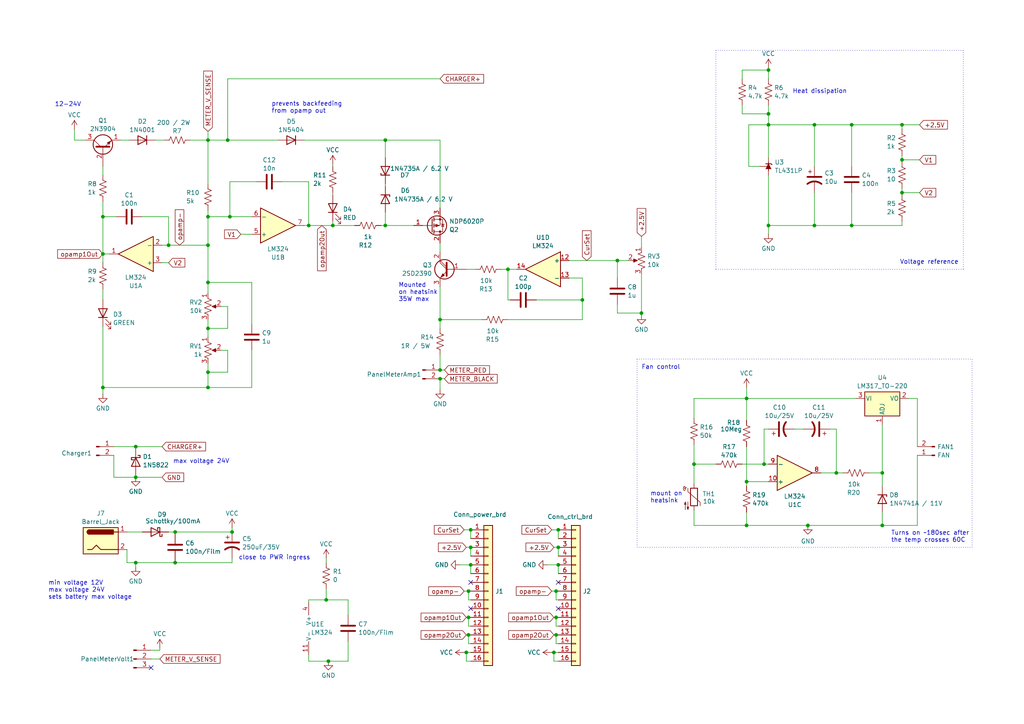
<source format=kicad_sch>
(kicad_sch (version 20230121) (generator eeschema)
  (paper "A4")
  (lib_symbols
    (symbol "Amplifier_Operational:LM324" (pin_names (offset 0.127))
      (property "Reference" "U" (at 0 5.08 0))
      (property "Value" "LM324" (at 0 -5.08 0))
      (symbol "LM324_1_1"
        (pin output line (at 7.62 0 180) (length 2.54) (name "~") (number "1"))
        (pin input line (at -7.62 -2.54 0) (length 2.54) (name "-") (number "2"))
        (pin input line (at -7.62 2.54 0) (length 2.54) (name "+") (number "3"))
      )
      (symbol "LM324_2_1"
        (pin input line (at -7.62 2.54 0) (length 2.54) (name "+") (number "5"))
        (pin input line (at -7.62 -2.54 0) (length 2.54) (name "-") (number "6"))
        (pin output line (at 7.62 0 180) (length 2.54) (name "~") (number "7"))
      )
      (symbol "LM324_3_1"
        (pin input line (at -7.62 2.54 0) (length 2.54) (name "+") (number "10"))
        (pin output line (at 7.62 0 180) (length 2.54) (name "~") (number "8"))
        (pin input line (at -7.62 -2.54 0) (length 2.54) (name "-") (number "9"))
      )
      (symbol "LM324_4_1"
        (pin input line (at -7.62 2.54 0) (length 2.54) (name "+") (number "12"))
        (pin input line (at -7.62 -2.54 0) (length 2.54) (name "-") (number "13"))
        (pin output line (at 7.62 0 180) (length 2.54) (name "~") (number "14"))
      )
      (symbol "LM324_5_1"
        (pin power_in line (at -2.54 -7.62 90) (length 3.81) (name "V-") (number "11"))
        (pin power_in line (at -2.54 7.62 270) (length 3.81) (name "V+") (number "4"))
      )
    )
    (symbol "Connector:Barrel_Jack" (pin_names (offset 1.016))
      (property "Reference" "J" (at 0 5.334 0))
      (property "Value" "Barrel_Jack" (at 0 -5.08 0))
      (symbol "Barrel_Jack_1_1"
        (pin passive line (at 7.62 2.54 180) (length 2.54) (name "~") (number "1"))
        (pin passive line (at 7.62 -2.54 180) (length 2.54) (name "~") (number "2"))
      )
    )
    (symbol "Connector:Conn_01x02_Pin" (pin_names (offset 1.016) hide)
      (property "Reference" "J" (at 0 2.54 0))
      (property "Value" "Conn_01x02_Pin" (at 0 -5.08 0))
      (symbol "Conn_01x02_Pin_1_1"
        (pin passive line (at 5.08 0 180) (length 3.81) (name "Pin_1") (number "1"))
        (pin passive line (at 5.08 -2.54 180) (length 3.81) (name "Pin_2") (number "2"))
      )
    )
    (symbol "Connector:Conn_01x03_Pin" (pin_names (offset 1.016) hide)
      (property "Reference" "J" (at 0 5.08 0))
      (property "Value" "Conn_01x03_Pin" (at 0 -5.08 0))
      (symbol "Conn_01x03_Pin_1_1"
        (pin passive line (at 5.08 2.54 180) (length 3.81) (name "Pin_1") (number "1"))
        (pin passive line (at 5.08 0 180) (length 3.81) (name "Pin_2") (number "2"))
        (pin passive line (at 5.08 -2.54 180) (length 3.81) (name "Pin_3") (number "3"))
      )
    )
    (symbol "Connector_Generic:Conn_01x16" (pin_names (offset 1.016) hide)
      (property "Reference" "J" (at 0 20.32 0))
      (property "Value" "Conn_01x16" (at 0 -22.86 0))
      (symbol "Conn_01x16_1_1"
        (pin passive line (at -5.08 17.78 0) (length 3.81) (name "Pin_1") (number "1"))
        (pin passive line (at -5.08 -5.08 0) (length 3.81) (name "Pin_10") (number "10"))
        (pin passive line (at -5.08 -7.62 0) (length 3.81) (name "Pin_11") (number "11"))
        (pin passive line (at -5.08 -10.16 0) (length 3.81) (name "Pin_12") (number "12"))
        (pin passive line (at -5.08 -12.7 0) (length 3.81) (name "Pin_13") (number "13"))
        (pin passive line (at -5.08 -15.24 0) (length 3.81) (name "Pin_14") (number "14"))
        (pin passive line (at -5.08 -17.78 0) (length 3.81) (name "Pin_15") (number "15"))
        (pin passive line (at -5.08 -20.32 0) (length 3.81) (name "Pin_16") (number "16"))
        (pin passive line (at -5.08 15.24 0) (length 3.81) (name "Pin_2") (number "2"))
        (pin passive line (at -5.08 12.7 0) (length 3.81) (name "Pin_3") (number "3"))
        (pin passive line (at -5.08 10.16 0) (length 3.81) (name "Pin_4") (number "4"))
        (pin passive line (at -5.08 7.62 0) (length 3.81) (name "Pin_5") (number "5"))
        (pin passive line (at -5.08 5.08 0) (length 3.81) (name "Pin_6") (number "6"))
        (pin passive line (at -5.08 2.54 0) (length 3.81) (name "Pin_7") (number "7"))
        (pin passive line (at -5.08 0 0) (length 3.81) (name "Pin_8") (number "8"))
        (pin passive line (at -5.08 -2.54 0) (length 3.81) (name "Pin_9") (number "9"))
      )
    )
    (symbol "Device:C" (pin_numbers hide) (pin_names (offset 0.254))
      (property "Reference" "C" (at 0.635 2.54 0))
      (property "Value" "C" (at 0.635 -2.54 0))
      (symbol "C_1_1"
        (pin passive line (at 0 3.81 270) (length 2.794) (name "~") (number "1"))
        (pin passive line (at 0 -3.81 90) (length 2.794) (name "~") (number "2"))
      )
    )
    (symbol "Device:C_Polarized_US" (pin_numbers hide) (pin_names (offset 0.254) hide)
      (property "Reference" "C" (at 0.635 2.54 0))
      (property "Value" "C_Polarized_US" (at 0.635 -2.54 0))
      (symbol "C_Polarized_US_1_1"
        (pin passive line (at 0 3.81 270) (length 2.794) (name "~") (number "1"))
        (pin passive line (at 0 -3.81 90) (length 3.302) (name "~") (number "2"))
      )
    )
    (symbol "Device:D_Schottky" (pin_numbers hide) (pin_names (offset 1.016) hide)
      (property "Reference" "D" (at 0 2.54 0))
      (property "Value" "D_Schottky" (at 0 -2.54 0))
      (symbol "D_Schottky_1_1"
        (pin passive line (at -3.81 0 0) (length 2.54) (name "K") (number "1"))
        (pin passive line (at 3.81 0 180) (length 2.54) (name "A") (number "2"))
      )
    )
    (symbol "Device:D_Zener" (pin_numbers hide) (pin_names (offset 1.016) hide)
      (property "Reference" "D" (at 0 2.54 0))
      (property "Value" "D_Zener" (at 0 -2.54 0))
      (symbol "D_Zener_1_1"
        (pin passive line (at -3.81 0 0) (length 2.54) (name "K") (number "1"))
        (pin passive line (at 3.81 0 180) (length 2.54) (name "A") (number "2"))
      )
    )
    (symbol "Device:LED" (pin_numbers hide) (pin_names (offset 1.016) hide)
      (property "Reference" "D" (at 0 2.54 0))
      (property "Value" "LED" (at 0 -2.54 0))
      (symbol "LED_1_1"
        (pin passive line (at -3.81 0 0) (length 2.54) (name "K") (number "1"))
        (pin passive line (at 3.81 0 180) (length 2.54) (name "A") (number "2"))
      )
    )
    (symbol "Device:Q_NPN_Darlington_BCE" (pin_names (offset 0) hide)
      (property "Reference" "Q" (at 4.572 1.27 0))
      (property "Value" "Q_NPN_Darlington_BCE" (at 4.572 -1.27 0))
      (symbol "Q_NPN_Darlington_BCE_1_1"
        (pin input line (at -5.08 0 0) (length 5.715) (name "B") (number "1"))
        (pin passive line (at 2.54 5.08 270) (length 2.54) (name "C") (number "2"))
        (pin passive line (at 2.54 -5.08 90) (length 2.54) (name "E") (number "3"))
      )
    )
    (symbol "Device:Q_PMOS_GDS" (pin_names (offset 0) hide)
      (property "Reference" "Q" (at 5.08 1.27 0))
      (property "Value" "Q_PMOS_GDS" (at 5.08 -1.27 0))
      (symbol "Q_PMOS_GDS_1_1"
        (pin input line (at -5.08 0 0) (length 2.54) (name "G") (number "1"))
        (pin passive line (at 2.54 5.08 270) (length 2.54) (name "D") (number "2"))
        (pin passive line (at 2.54 -5.08 90) (length 2.54) (name "S") (number "3"))
      )
    )
    (symbol "Device:R_Potentiometer_US" (pin_names (offset 1.016) hide)
      (property "Reference" "RV" (at -4.445 0 90))
      (property "Value" "R_Potentiometer_US" (at -2.54 0 90))
      (symbol "R_Potentiometer_US_1_1"
        (pin passive line (at 0 3.81 270) (length 1.27) (name "1") (number "1"))
        (pin passive line (at 3.81 0 180) (length 1.27) (name "2") (number "2"))
        (pin passive line (at 0 -3.81 90) (length 1.27) (name "3") (number "3"))
      )
    )
    (symbol "Device:R_US" (pin_numbers hide) (pin_names (offset 0))
      (property "Reference" "R" (at 2.54 0 90))
      (property "Value" "R_US" (at -2.54 0 90))
      (symbol "R_US_1_1"
        (pin passive line (at 0 3.81 270) (length 1.27) (name "~") (number "1"))
        (pin passive line (at 0 -3.81 90) (length 1.27) (name "~") (number "2"))
      )
    )
    (symbol "Device:Thermistor_NTC" (pin_numbers hide) (pin_names (offset 0))
      (property "Reference" "TH" (at -4.445 0 90))
      (property "Value" "Thermistor_NTC" (at 3.175 0 90))
      (symbol "Thermistor_NTC_1_1"
        (pin passive line (at 0 3.81 270) (length 1.27) (name "~") (number "1"))
        (pin passive line (at 0 -3.81 90) (length 1.27) (name "~") (number "2"))
      )
    )
    (symbol "Diode:1N4001" (pin_numbers hide) (pin_names hide)
      (property "Reference" "D" (at 0 2.54 0))
      (property "Value" "1N4001" (at 0 -2.54 0))
      (symbol "1N4001_1_1"
        (pin passive line (at -3.81 0 0) (length 2.54) (name "K") (number "1"))
        (pin passive line (at 3.81 0 180) (length 2.54) (name "A") (number "2"))
      )
    )
    (symbol "Diode:1N5404" (pin_numbers hide) (pin_names hide)
      (property "Reference" "D" (at 0 2.54 0))
      (property "Value" "1N5404" (at 0 -2.54 0))
      (symbol "1N5404_1_1"
        (pin passive line (at -3.81 0 0) (length 2.54) (name "K") (number "1"))
        (pin passive line (at 3.81 0 180) (length 2.54) (name "A") (number "2"))
      )
    )
    (symbol "Diode:1N5822" (pin_numbers hide) (pin_names (offset 1.016) hide)
      (property "Reference" "D" (at 0 2.54 0))
      (property "Value" "1N5822" (at 0 -2.54 0))
      (symbol "1N5822_1_1"
        (pin passive line (at -3.81 0 0) (length 2.54) (name "K") (number "1"))
        (pin passive line (at 3.81 0 180) (length 2.54) (name "A") (number "2"))
      )
    )
    (symbol "Reference_Voltage:TL431LP" (pin_numbers hide) (pin_names hide)
      (property "Reference" "U" (at -2.54 2.54 0))
      (property "Value" "TL431LP" (at 0 -2.54 0))
      (symbol "TL431LP_1_1"
        (pin passive line (at 0 2.54 270) (length 2.54) (name "REF") (number "1"))
        (pin passive line (at -2.54 0 0) (length 2.54) (name "A") (number "2"))
        (pin passive line (at 2.54 0 180) (length 2.54) (name "K") (number "3"))
      )
    )
    (symbol "Regulator_Linear:LM317_TO-220" (pin_names (offset 0.254))
      (property "Reference" "U" (at -3.81 3.175 0))
      (property "Value" "LM317_TO-220" (at 0 3.175 0))
      (symbol "LM317_TO-220_1_1"
        (pin input line (at 0 -7.62 90) (length 2.54) (name "ADJ") (number "1"))
        (pin power_out line (at 7.62 0 180) (length 2.54) (name "VO") (number "2"))
        (pin power_in line (at -7.62 0 0) (length 2.54) (name "VI") (number "3"))
      )
    )
    (symbol "Transistor_BJT:2N3904" (pin_names (offset 0) hide)
      (property "Reference" "Q" (at 5.08 1.905 0))
      (property "Value" "2N3904" (at 5.08 0 0))
      (symbol "2N3904_1_1"
        (pin passive line (at 2.54 -5.08 90) (length 2.54) (name "E") (number "1"))
        (pin passive line (at -5.08 0 0) (length 5.715) (name "B") (number "2"))
        (pin passive line (at 2.54 5.08 270) (length 2.54) (name "C") (number "3"))
      )
    )
    (symbol "power:GND" (power) (pin_names (offset 0))
      (property "Value" "GND" (at 0 -3.81 0))
      (symbol "GND_1_1"
        (pin power_in line (at 0 0 270) (length 0) hide (name "GND") (number "1"))
      )
    )
    (symbol "power:VCC" (power) (pin_names (offset 0))
      (property "Value" "VCC" (at 0 3.81 0))
      (symbol "VCC_1_1"
        (pin power_in line (at 0 0 90) (length 0) hide (name "VCC") (number "1"))
      )
    )
  )
  (junction (at 261.62 36.195))
  (junction (at 168.91 86.995))
  (junction (at 222.885 20.32))
  (junction (at 236.22 65.405))
  (junction (at 261.62 55.88))
  (junction (at 136.525 163.83))
  (junction (at 66.675 62.865))
  (junction (at 127.635 92.71))
  (junction (at 216.535 115.57))
  (junction (at 261.62 46.355))
  (junction (at 135.89 179.07))
  (junction (at 236.22 36.195))
  (junction (at 255.905 137.16))
  (junction (at 127.635 107.315))
  (junction (at 186.055 90.805))
  (junction (at 60.325 81.915))
  (junction (at 221.615 134.62))
  (junction (at 161.925 158.75))
  (junction (at 48.895 71.12))
  (junction (at 147.32 78.105))
  (junction (at 29.845 73.66))
  (junction (at 50.8 163.195))
  (junction (at 161.29 171.45))
  (junction (at 111.76 40.64))
  (junction (at 94.615 173.99))
  (junction (at 161.29 179.07))
  (junction (at 111.76 65.405))
  (junction (at 216.535 152.4))
  (junction (at 60.325 112.395))
  (junction (at 60.325 40.64))
  (junction (at 135.255 189.23))
  (junction (at 222.885 33.02))
  (junction (at 67.31 154.305))
  (junction (at 60.325 62.865))
  (junction (at 161.925 163.83))
  (junction (at 234.315 152.4))
  (junction (at 247.015 65.405))
  (junction (at 216.535 139.7))
  (junction (at 29.845 62.865))
  (junction (at 96.52 65.405))
  (junction (at 60.325 107.95))
  (junction (at 179.07 75.565))
  (junction (at 66.04 40.64))
  (junction (at 39.37 163.195))
  (junction (at 89.535 65.405))
  (junction (at 242.57 137.16))
  (junction (at 95.25 191.77))
  (junction (at 135.89 171.45))
  (junction (at 60.325 95.25))
  (junction (at 127.635 109.855))
  (junction (at 60.325 71.12))
  (junction (at 39.37 129.54))
  (junction (at 255.905 152.4))
  (junction (at 135.89 184.15))
  (junction (at 136.525 153.67))
  (junction (at 161.925 153.67))
  (junction (at 136.525 158.75))
  (junction (at 50.8 154.305))
  (junction (at 29.845 112.395))
  (junction (at 39.37 138.43))
  (junction (at 161.29 184.15))
  (junction (at 222.885 65.405))
  (junction (at 160.655 189.23))
  (junction (at 247.015 36.195))
  (junction (at 201.295 134.62))
  (junction (at 222.885 36.195))
  (no_connect (at 136.525 176.53))
  (no_connect (at 161.925 176.53))
  (no_connect (at 161.925 168.91))
  (no_connect (at 43.815 193.675))
  (no_connect (at 136.525 168.91))
  (wire (pts (xy 261.62 54.61) (xy 261.62 55.88)))
  (wire (pts (xy 222.885 20.32) (xy 222.885 22.86)))
  (wire (pts (xy 34.925 40.64) (xy 37.465 40.64)))
  (wire (pts (xy 217.17 48.26) (xy 217.17 36.195)))
  (wire (pts (xy 100.965 173.99) (xy 100.965 178.435)))
  (wire (pts (xy 43.815 191.135) (xy 46.355 191.135)))
  (wire (pts (xy 135.255 189.23) (xy 136.525 189.23)))
  (wire (pts (xy 216.535 139.7) (xy 216.535 129.54)))
  (wire (pts (xy 135.89 179.07) (xy 136.525 179.07)))
  (wire (pts (xy 48.895 154.305) (xy 50.8 154.305)))
  (wire (pts (xy 69.85 67.945) (xy 73.025 67.945)))
  (wire (pts (xy 67.31 161.925) (xy 67.31 163.195)))
  (wire (pts (xy 252.095 137.16) (xy 255.905 137.16)))
  (wire (pts (xy 221.615 124.46) (xy 222.885 124.46)))
  (wire (pts (xy 236.22 65.405) (xy 247.015 65.405)))
  (wire (pts (xy 60.325 95.25) (xy 60.325 97.79)))
  (wire (pts (xy 261.62 36.195) (xy 266.7 36.195)))
  (wire (pts (xy 186.055 68.58) (xy 186.055 71.755)))
  (wire (pts (xy 160.02 153.67) (xy 161.925 153.67)))
  (wire (pts (xy 201.295 152.4) (xy 216.535 152.4)))
  (wire (pts (xy 60.325 112.395) (xy 73.025 112.395)))
  (wire (pts (xy 222.885 50.8) (xy 222.885 65.405)))
  (wire (pts (xy 261.62 55.88) (xy 261.62 56.515)))
  (wire (pts (xy 266.065 129.54) (xy 266.065 115.57)))
  (wire (pts (xy 46.355 188.595) (xy 46.355 187.96)))
  (wire (pts (xy 160.655 191.77) (xy 160.655 189.23)))
  (wire (pts (xy 255.905 152.4) (xy 266.065 152.4)))
  (wire (pts (xy 247.015 65.405) (xy 261.62 65.405)))
  (wire (pts (xy 221.615 134.62) (xy 221.615 124.46)))
  (wire (pts (xy 240.665 124.46) (xy 242.57 124.46)))
  (wire (pts (xy 29.845 62.865) (xy 33.655 62.865)))
  (wire (pts (xy 135.255 78.105) (xy 137.795 78.105)))
  (wire (pts (xy 255.905 123.19) (xy 255.905 137.16)))
  (wire (pts (xy 135.89 173.99) (xy 135.89 171.45)))
  (wire (pts (xy 60.325 81.915) (xy 73.025 81.915)))
  (wire (pts (xy 33.02 138.43) (xy 39.37 138.43)))
  (wire (pts (xy 236.22 48.26) (xy 236.22 36.195)))
  (wire (pts (xy 60.325 71.12) (xy 60.325 81.915)))
  (wire (pts (xy 29.845 48.26) (xy 29.845 50.8)))
  (wire (pts (xy 135.89 186.69) (xy 135.89 184.15)))
  (wire (pts (xy 36.83 154.305) (xy 41.275 154.305)))
  (wire (pts (xy 66.04 88.9) (xy 66.04 95.25)))
  (wire (pts (xy 89.535 173.99) (xy 89.535 174.625)))
  (wire (pts (xy 261.62 55.88) (xy 266.7 55.88)))
  (wire (pts (xy 234.315 152.4) (xy 255.905 152.4)))
  (wire (pts (xy 161.29 171.45) (xy 161.925 171.45)))
  (wire (pts (xy 261.62 64.135) (xy 261.62 65.405)))
  (wire (pts (xy 95.25 191.77) (xy 89.535 191.77)))
  (wire (pts (xy 247.015 48.26) (xy 247.015 36.195)))
  (wire (pts (xy 222.885 30.48) (xy 222.885 33.02)))
  (wire (pts (xy 45.085 40.64) (xy 47.625 40.64)))
  (wire (pts (xy 216.535 112.395) (xy 216.535 115.57)))
  (wire (pts (xy 238.125 137.16) (xy 242.57 137.16)))
  (wire (pts (xy 94.615 170.815) (xy 94.615 173.99)))
  (wire (pts (xy 222.885 139.7) (xy 216.535 139.7)))
  (wire (pts (xy 46.99 76.2) (xy 48.895 76.2)))
  (wire (pts (xy 160.655 158.75) (xy 161.925 158.75)))
  (wire (pts (xy 110.49 65.405) (xy 111.76 65.405)))
  (wire (pts (xy 33.02 129.54) (xy 39.37 129.54)))
  (wire (pts (xy 135.255 184.15) (xy 135.89 184.15)))
  (wire (pts (xy 74.295 52.705) (xy 66.675 52.705)))
  (wire (pts (xy 215.265 33.02) (xy 222.885 33.02)))
  (wire (pts (xy 201.295 134.62) (xy 207.645 134.62)))
  (wire (pts (xy 60.325 40.64) (xy 66.04 40.64)))
  (wire (pts (xy 160.02 189.23) (xy 160.655 189.23)))
  (polyline (pts (xy 207.645 14.605) (xy 207.645 78.105)) (stroke (width 0) (type dot)))
  (wire (pts (xy 160.655 179.07) (xy 161.29 179.07)))
  (wire (pts (xy 36.83 163.195) (xy 39.37 163.195)))
  (wire (pts (xy 161.925 156.21) (xy 161.925 153.67)))
  (wire (pts (xy 147.955 86.995) (xy 147.32 86.995)))
  (wire (pts (xy 29.845 83.82) (xy 29.845 86.995)))
  (wire (pts (xy 60.325 62.865) (xy 66.675 62.865)))
  (wire (pts (xy 242.57 137.16) (xy 244.475 137.16)))
  (wire (pts (xy 127.635 70.485) (xy 127.635 73.025)))
  (wire (pts (xy 39.37 129.54) (xy 46.99 129.54)))
  (wire (pts (xy 39.37 163.195) (xy 39.37 164.465)))
  (wire (pts (xy 46.99 71.12) (xy 48.895 71.12)))
  (wire (pts (xy 261.62 45.085) (xy 261.62 46.355)))
  (wire (pts (xy 215.265 20.32) (xy 222.885 20.32)))
  (wire (pts (xy 73.025 101.6) (xy 73.025 112.395)))
  (wire (pts (xy 179.07 75.565) (xy 182.245 75.565)))
  (wire (pts (xy 55.245 40.64) (xy 60.325 40.64)))
  (wire (pts (xy 135.255 158.75) (xy 136.525 158.75)))
  (wire (pts (xy 89.535 65.405) (xy 88.265 65.405)))
  (wire (pts (xy 222.885 36.195) (xy 236.22 36.195)))
  (wire (pts (xy 222.885 65.405) (xy 222.885 67.945)))
  (wire (pts (xy 96.52 55.88) (xy 96.52 56.515)))
  (wire (pts (xy 261.62 46.355) (xy 266.7 46.355)))
  (wire (pts (xy 160.655 189.23) (xy 161.925 189.23)))
  (wire (pts (xy 29.845 62.865) (xy 29.845 73.66)))
  (wire (pts (xy 39.37 163.195) (xy 50.8 163.195)))
  (wire (pts (xy 50.8 162.56) (xy 50.8 163.195)))
  (wire (pts (xy 39.37 137.795) (xy 39.37 138.43)))
  (polyline (pts (xy 207.645 14.605) (xy 279.4 14.605)) (stroke (width 0) (type dot)))
  (wire (pts (xy 43.815 188.595) (xy 46.355 188.595)))
  (wire (pts (xy 67.31 153.035) (xy 67.31 154.305)))
  (wire (pts (xy 127.635 40.64) (xy 127.635 60.325)))
  (wire (pts (xy 134.62 153.67) (xy 136.525 153.67)))
  (wire (pts (xy 66.675 52.705) (xy 66.675 62.865)))
  (wire (pts (xy 136.525 186.69) (xy 135.89 186.69)))
  (wire (pts (xy 266.065 132.08) (xy 266.065 152.4)))
  (wire (pts (xy 161.925 191.77) (xy 160.655 191.77)))
  (wire (pts (xy 161.29 186.69) (xy 161.29 184.15)))
  (wire (pts (xy 215.265 22.86) (xy 215.265 20.32)))
  (wire (pts (xy 48.895 71.12) (xy 60.325 71.12)))
  (wire (pts (xy 29.845 73.66) (xy 31.75 73.66)))
  (wire (pts (xy 220.345 48.26) (xy 217.17 48.26)))
  (wire (pts (xy 66.04 22.86) (xy 66.04 40.64)))
  (wire (pts (xy 29.845 112.395) (xy 60.325 112.395)))
  (wire (pts (xy 133.35 163.83) (xy 136.525 163.83)))
  (wire (pts (xy 186.055 79.375) (xy 186.055 90.805)))
  (wire (pts (xy 160.02 171.45) (xy 161.29 171.45)))
  (wire (pts (xy 215.265 30.48) (xy 215.265 33.02)))
  (wire (pts (xy 29.845 73.66) (xy 29.845 76.2)))
  (wire (pts (xy 111.76 40.64) (xy 127.635 40.64)))
  (wire (pts (xy 127.635 107.315) (xy 128.905 107.315)))
  (wire (pts (xy 161.29 181.61) (xy 161.29 179.07)))
  (wire (pts (xy 136.525 163.83) (xy 136.525 166.37)))
  (wire (pts (xy 261.62 36.195) (xy 261.62 37.465)))
  (wire (pts (xy 66.04 88.9) (xy 64.135 88.9)))
  (wire (pts (xy 201.295 134.62) (xy 201.295 140.335)))
  (wire (pts (xy 81.915 52.705) (xy 89.535 52.705)))
  (wire (pts (xy 216.535 139.7) (xy 216.535 140.97)))
  (wire (pts (xy 135.89 184.15) (xy 136.525 184.15)))
  (wire (pts (xy 216.535 148.59) (xy 216.535 152.4)))
  (wire (pts (xy 96.52 65.405) (xy 102.87 65.405)))
  (wire (pts (xy 222.885 134.62) (xy 221.615 134.62)))
  (wire (pts (xy 161.925 186.69) (xy 161.29 186.69)))
  (wire (pts (xy 100.965 186.055) (xy 100.965 191.77)))
  (wire (pts (xy 66.675 62.865) (xy 73.025 62.865)))
  (wire (pts (xy 222.885 19.685) (xy 222.885 20.32)))
  (wire (pts (xy 134.62 189.23) (xy 135.255 189.23)))
  (wire (pts (xy 247.015 55.88) (xy 247.015 65.405)))
  (wire (pts (xy 222.885 33.02) (xy 222.885 36.195)))
  (wire (pts (xy 60.325 53.34) (xy 60.325 40.64)))
  (wire (pts (xy 161.925 161.29) (xy 161.925 158.75)))
  (wire (pts (xy 161.29 179.07) (xy 161.925 179.07)))
  (wire (pts (xy 135.255 179.07) (xy 135.89 179.07)))
  (wire (pts (xy 66.04 101.6) (xy 66.04 107.95)))
  (wire (pts (xy 134.62 171.45) (xy 135.89 171.45)))
  (wire (pts (xy 147.32 92.71) (xy 168.91 92.71)))
  (wire (pts (xy 111.76 61.595) (xy 111.76 65.405)))
  (wire (pts (xy 216.535 152.4) (xy 234.315 152.4)))
  (wire (pts (xy 261.62 46.355) (xy 261.62 46.99)))
  (wire (pts (xy 50.8 163.195) (xy 67.31 163.195)))
  (wire (pts (xy 94.615 161.925) (xy 94.615 163.195)))
  (wire (pts (xy 60.325 60.96) (xy 60.325 62.865)))
  (wire (pts (xy 155.575 86.995) (xy 168.91 86.995)))
  (wire (pts (xy 266.065 115.57) (xy 263.525 115.57)))
  (wire (pts (xy 161.925 181.61) (xy 161.29 181.61)))
  (wire (pts (xy 94.615 173.99) (xy 100.965 173.99)))
  (wire (pts (xy 242.57 124.46) (xy 242.57 137.16)))
  (wire (pts (xy 255.905 148.59) (xy 255.905 152.4)))
  (wire (pts (xy 215.265 134.62) (xy 221.615 134.62)))
  (wire (pts (xy 127.635 83.185) (xy 127.635 92.71)))
  (wire (pts (xy 135.255 191.77) (xy 135.255 189.23)))
  (wire (pts (xy 60.325 38.1) (xy 60.325 40.64)))
  (wire (pts (xy 201.295 147.955) (xy 201.295 152.4)))
  (wire (pts (xy 136.525 153.67) (xy 136.525 156.21)))
  (wire (pts (xy 161.925 163.83) (xy 161.925 166.37)))
  (wire (pts (xy 255.905 137.16) (xy 255.905 140.97)))
  (wire (pts (xy 60.325 62.865) (xy 60.325 71.12)))
  (wire (pts (xy 96.52 47.625) (xy 96.52 48.26)))
  (wire (pts (xy 127.635 109.855) (xy 128.905 109.855)))
  (wire (pts (xy 216.535 121.92) (xy 216.535 115.57)))
  (wire (pts (xy 135.89 181.61) (xy 135.89 179.07)))
  (wire (pts (xy 88.265 40.64) (xy 111.76 40.64)))
  (wire (pts (xy 48.895 62.865) (xy 48.895 71.12)))
  (polyline (pts (xy 279.4 14.605) (xy 279.4 78.105)) (stroke (width 0) (type dot)))
  (wire (pts (xy 233.045 124.46) (xy 230.505 124.46)))
  (wire (pts (xy 66.04 95.25) (xy 60.325 95.25)))
  (wire (pts (xy 21.59 37.465) (xy 21.59 40.64)))
  (wire (pts (xy 127.635 102.87) (xy 127.635 107.315)))
  (wire (pts (xy 96.52 65.405) (xy 89.535 65.405)))
  (wire (pts (xy 96.52 64.135) (xy 96.52 65.405)))
  (wire (pts (xy 168.91 86.995) (xy 168.91 92.71)))
  (wire (pts (xy 179.07 88.265) (xy 179.07 90.805)))
  (wire (pts (xy 161.29 173.99) (xy 161.29 171.45)))
  (wire (pts (xy 29.845 58.42) (xy 29.845 62.865)))
  (wire (pts (xy 136.525 173.99) (xy 135.89 173.99)))
  (wire (pts (xy 60.325 92.71) (xy 60.325 95.25)))
  (wire (pts (xy 29.845 94.615) (xy 29.845 112.395)))
  (wire (pts (xy 50.8 154.305) (xy 67.31 154.305)))
  (wire (pts (xy 66.04 40.64) (xy 80.645 40.64)))
  (wire (pts (xy 201.295 115.57) (xy 201.295 121.285)))
  (wire (pts (xy 160.655 184.15) (xy 161.29 184.15)))
  (wire (pts (xy 60.325 81.915) (xy 60.325 85.09)))
  (wire (pts (xy 179.07 90.805) (xy 186.055 90.805)))
  (wire (pts (xy 41.275 62.865) (xy 48.895 62.865)))
  (wire (pts (xy 89.535 191.77) (xy 89.535 189.865)))
  (wire (pts (xy 145.415 78.105) (xy 147.32 78.105)))
  (wire (pts (xy 165.1 80.645) (xy 168.91 80.645)))
  (wire (pts (xy 147.32 86.995) (xy 147.32 78.105)))
  (wire (pts (xy 127.635 109.855) (xy 127.635 113.03)))
  (wire (pts (xy 66.04 107.95) (xy 60.325 107.95)))
  (wire (pts (xy 50.8 154.305) (xy 50.8 154.94)))
  (wire (pts (xy 127.635 22.86) (xy 66.04 22.86)))
  (wire (pts (xy 136.525 158.75) (xy 136.525 161.29)))
  (wire (pts (xy 136.525 181.61) (xy 135.89 181.61)))
  (wire (pts (xy 236.22 55.88) (xy 236.22 65.405)))
  (wire (pts (xy 111.76 45.72) (xy 111.76 40.64)))
  (wire (pts (xy 201.295 128.905) (xy 201.295 134.62)))
  (wire (pts (xy 136.525 191.77) (xy 135.255 191.77)))
  (wire (pts (xy 39.37 129.54) (xy 39.37 130.175)))
  (wire (pts (xy 201.295 115.57) (xy 216.535 115.57)))
  (wire (pts (xy 216.535 115.57) (xy 248.285 115.57)))
  (wire (pts (xy 127.635 92.71) (xy 127.635 95.25)))
  (wire (pts (xy 33.02 132.08) (xy 33.02 138.43)))
  (wire (pts (xy 36.83 159.385) (xy 36.83 163.195)))
  (wire (pts (xy 147.32 78.105) (xy 149.86 78.105)))
  (wire (pts (xy 29.845 114.3) (xy 29.845 112.395)))
  (wire (pts (xy 247.015 36.195) (xy 236.22 36.195)))
  (wire (pts (xy 222.885 36.195) (xy 222.885 45.72)))
  (wire (pts (xy 165.1 75.565) (xy 179.07 75.565)))
  (wire (pts (xy 73.025 93.98) (xy 73.025 81.915)))
  (wire (pts (xy 111.76 65.405) (xy 120.015 65.405)))
  (wire (pts (xy 135.89 171.45) (xy 136.525 171.45)))
  (wire (pts (xy 158.75 163.83) (xy 161.925 163.83)))
  (polyline (pts (xy 279.4 78.105) (xy 207.645 78.105)) (stroke (width 0) (type dot)))
  (wire (pts (xy 66.04 101.6) (xy 64.135 101.6)))
  (wire (pts (xy 161.925 173.99) (xy 161.29 173.99)))
  (wire (pts (xy 247.015 36.195) (xy 261.62 36.195)))
  (wire (pts (xy 39.37 138.43) (xy 46.99 138.43)))
  (wire (pts (xy 186.055 90.805) (xy 186.055 91.44)))
  (wire (pts (xy 60.325 105.41) (xy 60.325 107.95)))
  (wire (pts (xy 111.76 53.34) (xy 111.76 53.975)))
  (wire (pts (xy 222.885 65.405) (xy 236.22 65.405)))
  (wire (pts (xy 127.635 92.71) (xy 139.7 92.71)))
  (wire (pts (xy 21.59 40.64) (xy 24.765 40.64)))
  (wire (pts (xy 60.325 107.95) (xy 60.325 112.395)))
  (wire (pts (xy 89.535 52.705) (xy 89.535 65.405)))
  (wire (pts (xy 168.91 80.645) (xy 168.91 86.995)))
  (wire (pts (xy 161.29 184.15) (xy 161.925 184.15)))
  (wire (pts (xy 217.17 36.195) (xy 222.885 36.195)))
  (wire (pts (xy 89.535 173.99) (xy 94.615 173.99)))
  (wire (pts (xy 179.07 80.645) (xy 179.07 75.565)))
  (wire (pts (xy 100.965 191.77) (xy 95.25 191.77)))
  (rectangle (start 184.785 104.14) (end 281.94 158.75) (stroke (width 0) (type dot)))
  (text "min voltage 12V\nmax voltage 24V\nsets battery max voltage" (at 13.97 173.99 0) (effects (font (size 1.27 1.27)) (justify left bottom)))
  (text "close to PWR ingress" (at 69.215 162.56 0) (effects (font (size 1.27 1.27)) (justify left bottom)))
  (text "mount on\nheatsink\n" (at 188.595 146.05 0) (effects (font (size 1.27 1.27)) (justify left bottom)))
  (text "Voltage reference\n" (at 260.985 76.835 0) (effects (font (size 1.27 1.27)) (justify left bottom)))
  (text "max voltage 24V\n" (at 50.165 134.62 0) (effects (font (size 1.27 1.27)) (justify left bottom)))
  (text "Mounted\non heatsink\n35W max" (at 115.57 87.63 0) (effects (font (size 1.27 1.27)) (justify left bottom)))
  (text "Turns on ~180sec after \nthe temp crosses 60C" (at 258.445 157.48 0) (effects (font (size 1.27 1.27)) (justify left bottom)))
  (text "prevents backfeeding\nfrom opamp out" (at 78.74 33.02 0) (effects (font (size 1.27 1.27)) (justify left bottom)))
  (text "12-24V" (at 15.875 31.115 0) (effects (font (size 1.27 1.27)) (justify left bottom)))
  (text "Fan control" (at 186.055 107.315 0) (effects (font (size 1.27 1.27)) (justify left bottom)))
  (text "Heat dissipation" (at 229.87 27.305 0) (effects (font (size 1.27 1.27)) (justify left bottom)))
  (global_label "V2" (shape input) (at 48.895 76.2 0) (property "Intersheetrefs" "${INTERSHEET_REFS}" (effects hide)))
  (global_label "opamp-" (shape input) (at 134.62 171.45 180) (property "Intersheetrefs" "${INTERSHEET_REFS}" (effects hide)))
  (global_label "CHARGER+" (shape input) (at 46.99 129.54 0) (property "Intersheetrefs" "${INTERSHEET_REFS}" (effects hide)))
  (global_label "opamp-" (shape input) (at 160.02 171.45 180) (property "Intersheetrefs" "${INTERSHEET_REFS}" (effects hide)))
  (global_label "opamp1Out" (shape input) (at 160.655 179.07 180) (property "Intersheetrefs" "${INTERSHEET_REFS}" (effects hide)))
  (global_label "METER_RED" (shape input) (at 128.905 107.315 0) (property "Intersheetrefs" "${INTERSHEET_REFS}" (effects hide)))
  (global_label "+2.5V" (shape input) (at 160.655 158.75 180) (property "Intersheetrefs" "${INTERSHEET_REFS}" (effects hide)))
  (global_label "V1" (shape input) (at 266.7 46.355 0) (property "Intersheetrefs" "${INTERSHEET_REFS}" (effects hide)))
  (global_label "CHARGER+" (shape input) (at 127.635 22.86 0) (property "Intersheetrefs" "${INTERSHEET_REFS}" (effects hide)))
  (global_label "+2.5V" (shape input) (at 186.055 68.58 90) (property "Intersheetrefs" "${INTERSHEET_REFS}" (effects hide)))
  (global_label "opamp2Out" (shape input) (at 160.655 184.15 180) (property "Intersheetrefs" "${INTERSHEET_REFS}" (effects hide)))
  (global_label "METER_BLACK" (shape input) (at 128.905 109.855 0) (property "Intersheetrefs" "${INTERSHEET_REFS}" (effects hide)))
  (global_label "+2.5V" (shape input) (at 135.255 158.75 180) (property "Intersheetrefs" "${INTERSHEET_REFS}" (effects hide)))
  (global_label "opamp1Out" (shape input) (at 135.255 179.07 180) (property "Intersheetrefs" "${INTERSHEET_REFS}" (effects hide)))
  (global_label "CurSet" (shape input) (at 170.18 75.565 90) (property "Intersheetrefs" "${INTERSHEET_REFS}" (effects hide)))
  (global_label "V1" (shape input) (at 69.85 67.945 180) (property "Intersheetrefs" "${INTERSHEET_REFS}" (effects hide)))
  (global_label "opamp-" (shape input) (at 52.07 71.12 90) (property "Intersheetrefs" "${INTERSHEET_REFS}" (effects hide)))
  (global_label "CurSet" (shape input) (at 160.02 153.67 180) (property "Intersheetrefs" "${INTERSHEET_REFS}" (effects hide)))
  (global_label "opamp2Out" (shape input) (at 135.255 184.15 180) (property "Intersheetrefs" "${INTERSHEET_REFS}" (effects hide)))
  (global_label "opamp1Out" (shape input) (at 29.845 73.66 180) (property "Intersheetrefs" "${INTERSHEET_REFS}" (effects hide)))
  (global_label "GND" (shape input) (at 46.99 138.43 0) (property "Intersheetrefs" "${INTERSHEET_REFS}" (effects hide)))
  (global_label "V2" (shape input) (at 266.7 55.88 0) (property "Intersheetrefs" "${INTERSHEET_REFS}" (effects hide)))
  (global_label "opamp2Out" (shape input) (at 93.345 65.405 270) (property "Intersheetrefs" "${INTERSHEET_REFS}" (effects hide)))
  (global_label "+2.5V" (shape input) (at 266.7 36.195 0) (property "Intersheetrefs" "${INTERSHEET_REFS}" (effects hide)))
  (global_label "METER_V_SENSE" (shape input) (at 60.325 38.1 90) (property "Intersheetrefs" "${INTERSHEET_REFS}" (effects hide)))
  (global_label "METER_V_SENSE" (shape input) (at 46.355 191.135 0) (property "Intersheetrefs" "${INTERSHEET_REFS}" (effects hide)))
  (global_label "CurSet" (shape input) (at 134.62 153.67 180) (property "Intersheetrefs" "${INTERSHEET_REFS}" (effects hide)))
  (symbol (lib_id "power:GND") (at 186.055 91.44 0) (unit 1)
    (property "Reference" "#PWR014" (effects hide))
    (property "Value" "GND" (at 186.055 95.5731 0))
  )
  (symbol (lib_id "Device:D_Schottky") (at 45.085 154.305 180) (unit 1)
    (property "Reference" "D9" (at 46.99 149.225 0))
    (property "Value" "Schottky/100mA" (at 50.165 151.13 0))
    (property "Footprint" "Diode_SMD:D_SMA" (effects hide))
  )
  (symbol (lib_id "power:GND") (at 234.315 152.4 0) (mirror y) (unit 1)
    (property "Reference" "#PWR015" (effects hide))
    (property "Value" "GND" (at 234.315 156.9625 0))
  )
  (symbol (lib_id "Device:C_Polarized_US") (at 236.855 124.46 270) (mirror x) (unit 1)
    (property "Reference" "C11" (at 237.49 118.1567 90))
    (property "Value" "10u/25V" (at 237.49 120.5809 90))
    (property "Footprint" "Capacitor_THT:CP_Radial_D5.0mm_P2.50mm" (effects hide))
  )
  (symbol (lib_id "power:GND") (at 127.635 113.03 0) (unit 1)
    (property "Reference" "#PWR07" (effects hide))
    (property "Value" "GND" (at 127.635 117.1631 0))
  )
  (symbol (lib_id "Device:C") (at 179.07 84.455 180) (unit 1)
    (property "Reference" "C8" (at 181.991 83.2429 0) (effects (justify right)))
    (property "Value" "1u" (at 181.991 85.6671 0) (effects (justify right)))
    (property "Footprint" "Capacitor_SMD:C_1206_3216Metric" (effects hide))
  )
  (symbol (lib_id "Transistor_BJT:2N3904") (at 29.845 43.18 90) (unit 1)
    (property "Reference" "Q1" (at 29.845 34.9463 90))
    (property "Value" "2N3904" (at 29.845 37.3705 90))
    (property "Footprint" "Package_TO_SOT_THT:TO-92L_Wide" (effects hide))
    (property "Datasheet" "https://www.onsemi.com/pub/Collateral/2N3903-D.PDF" (effects hide))
  )
  (symbol (lib_id "Regulator_Linear:LM317_TO-220") (at 255.905 115.57 0) (unit 1)
    (property "Reference" "U4" (at 255.905 109.5207 0))
    (property "Value" "LM317_TO-220" (at 255.905 111.9449 0))
    (property "Footprint" "Package_TO_SOT_THT:TO-220-3_Vertical" (effects hide))
    (property "Datasheet" "http://www.ti.com/lit/ds/symlink/lm317.pdf" (effects hide))
  )
  (symbol (lib_id "Device:R_US") (at 216.535 144.78 0) (unit 1)
    (property "Reference" "R19" (at 218.186 143.5679 0) (effects (justify left)))
    (property "Value" "470k" (at 218.186 145.9921 0) (effects (justify left)))
    (property "Footprint" "Resistor_SMD:R_0805_2012Metric" (effects hide))
  )
  (symbol (lib_id "power:VCC") (at 160.02 189.23 90) (unit 1)
    (property "Reference" "#PWR018" (effects hide))
    (property "Value" "VCC" (at 156.845 189.23 90) (effects (justify left)))
  )
  (symbol (lib_id "power:GND") (at 29.845 114.3 0) (unit 1)
    (property "Reference" "#PWR09" (effects hide))
    (property "Value" "GND" (at 29.845 118.4331 0))
  )
  (symbol (lib_id "Device:R_US") (at 261.62 41.275 0) (unit 1)
    (property "Reference" "R2" (at 257.175 40.005 0) (effects (justify left)))
    (property "Value" "1k" (at 257.175 42.4292 0) (effects (justify left)))
    (property "Footprint" "Resistor_SMD:R_0805_2012Metric" (effects hide))
  )
  (symbol (lib_id "Device:R_US") (at 215.265 26.67 0) (unit 1)
    (property "Reference" "R4" (at 216.916 25.4579 0) (effects (justify left)))
    (property "Value" "4.7k" (at 216.916 27.8821 0) (effects (justify left)))
    (property "Footprint" "Resistor_THT:R_Axial_DIN0207_L6.3mm_D2.5mm_P7.62mm_Horizontal" (effects hide))
  )
  (symbol (lib_id "Connector:Conn_01x02_Pin") (at 271.145 132.08 180) (unit 1)
    (property "Reference" "FAN1" (at 271.8562 129.5979 0) (effects (justify right)))
    (property "Value" "FAN" (at 271.8562 132.0221 0) (effects (justify right)))
    (property "Footprint" "Connector_PinHeader_2.54mm:PinHeader_1x03_P2.54mm_Vertical" (effects hide))
  )
  (symbol (lib_id "Device:R_Potentiometer_US") (at 60.325 101.6 0) (unit 1)
    (property "Reference" "RV1" (at 58.6741 100.3879 0) (effects (justify right)))
    (property "Value" "1k" (at 58.6741 102.8121 0) (effects (justify right)))
    (property "Footprint" "Potentiometer_THT:Potentiometer_Bourns_PTV09A-1_Single_Vertical" (effects hide))
  )
  (symbol (lib_id "Device:R_US") (at 60.325 57.15 0) (unit 1)
    (property "Reference" "R10" (at 53.975 55.88 0) (effects (justify left)))
    (property "Value" "5k" (at 53.975 58.3042 0) (effects (justify left)))
    (property "Footprint" "Resistor_THT:R_Axial_DIN0207_L6.3mm_D2.5mm_P7.62mm_Horizontal" (effects hide))
  )
  (symbol (lib_id "power:VCC") (at 216.535 112.395 0) (unit 1)
    (property "Reference" "#PWR04" (effects hide))
    (property "Value" "VCC" (at 216.535 108.2619 0))
  )
  (symbol (lib_id "Device:R_US") (at 222.885 26.67 0) (unit 1)
    (property "Reference" "R6" (at 224.536 25.4579 0) (effects (justify left)))
    (property "Value" "4.7k" (at 224.536 27.8821 0) (effects (justify left)))
    (property "Footprint" "Resistor_THT:R_Axial_DIN0207_L6.3mm_D2.5mm_P7.62mm_Horizontal" (effects hide))
  )
  (symbol (lib_id "Device:Q_PMOS_GDS") (at 125.095 65.405 0) (mirror x) (unit 1)
    (property "Reference" "Q2" (at 130.302 66.6171 0) (effects (justify left)))
    (property "Value" "NDP6020P" (at 130.302 64.1929 0) (effects (justify left)))
    (property "Footprint" "Package_TO_SOT_THT:TO-220-3_Vertical" (effects hide))
  )
  (symbol (lib_id "power:GND") (at 222.885 67.945 0) (unit 1)
    (property "Reference" "#PWR08" (effects hide))
    (property "Value" "GND" (at 222.885 72.0781 0))
  )
  (symbol (lib_id "Device:R_Potentiometer_US") (at 186.055 75.565 0) (mirror y) (unit 1)
    (property "Reference" "RV3" (at 187.706 74.3529 0) (effects (justify right)))
    (property "Value" "10k" (at 187.706 76.7771 0) (effects (justify right)))
    (property "Footprint" "Potentiometer_THT:Potentiometer_Bourns_PTV09A-1_Single_Vertical" (effects hide))
  )
  (symbol (lib_id "Device:LED") (at 96.52 60.325 90) (unit 1)
    (property "Reference" "D4" (at 99.441 60.7004 90) (effects (justify right)))
    (property "Value" "RED" (at 99.441 63.1246 90) (effects (justify right)))
    (property "Footprint" "LED_THT:LED_D5.0mm" (effects hide))
  )
  (symbol (lib_id "Device:R_US") (at 29.845 54.61 0) (unit 1)
    (property "Reference" "R8" (at 25.4 53.34 0) (effects (justify left)))
    (property "Value" "1k" (at 25.4 55.7642 0) (effects (justify left)))
    (property "Footprint" "Resistor_SMD:R_0805_2012Metric" (effects hide))
  )
  (symbol (lib_id "power:GND") (at 39.37 138.43 0) (unit 1)
    (property "Reference" "#PWR013" (effects hide))
    (property "Value" "GND" (at 39.37 142.5631 0))
  )
  (symbol (lib_id "power:GND") (at 158.75 163.83 270) (unit 1)
    (property "Reference" "#PWR016" (effects hide))
    (property "Value" "GND" (at 155.5751 163.83 90) (effects (justify right)))
  )
  (symbol (lib_id "Device:C") (at 37.465 62.865 270) (unit 1)
    (property "Reference" "C1" (at 37.465 56.5617 90))
    (property "Value" "100n" (at 37.465 58.9859 90))
    (property "Footprint" "Capacitor_SMD:C_1206_3216Metric" (effects hide))
  )
  (symbol (lib_id "Amplifier_Operational:LM324") (at 39.37 73.66 180) (unit 1)
    (property "Reference" "U1" (at 39.37 82.8843 0))
    (property "Value" "LM324" (at 39.37 80.4601 0))
    (property "Footprint" "Package_DIP:DIP-14_W7.62mm_Socket" (effects hide))
    (property "Datasheet" "http://www.ti.com/lit/ds/symlink/lm2902-n.pdf" (effects hide))
  )
  (symbol (lib_id "Device:C") (at 50.8 158.75 180) (unit 1)
    (property "Reference" "C6" (at 53.721 157.5379 0) (effects (justify right)))
    (property "Value" "100n/Film" (at 53.721 159.9621 0) (effects (justify right)))
    (property "Footprint" "Capacitor_SMD:C_1206_3216Metric" (effects hide))
  )
  (symbol (lib_id "power:GND") (at 95.25 191.77 0) (unit 1)
    (property "Reference" "#PWR010" (effects hide))
    (property "Value" "GND" (at 95.25 195.9031 0))
  )
  (symbol (lib_id "power:VCC") (at 96.52 47.625 0) (unit 1)
    (property "Reference" "#PWR012" (effects hide))
    (property "Value" "VCC" (at 96.52 43.4919 0))
  )
  (symbol (lib_id "power:VCC") (at 222.885 19.685 0) (unit 1)
    (property "Reference" "#PWR03" (effects hide))
    (property "Value" "VCC" (at 222.885 15.5519 0))
  )
  (symbol (lib_id "power:VCC") (at 94.615 161.925 0) (unit 1)
    (property "Reference" "#PWR011" (effects hide))
    (property "Value" "VCC" (at 94.615 157.7919 0))
  )
  (symbol (lib_id "Connector:Barrel_Jack") (at 29.21 156.845 0) (unit 1)
    (property "Reference" "J7" (at 29.21 148.8907 0))
    (property "Value" "Barrel_Jack" (at 29.21 151.3149 0))
    (property "Footprint" "Connector_BarrelJack:BarrelJack_Horizontal" (effects hide))
  )
  (symbol (lib_id "Device:C_Polarized_US") (at 67.31 158.115 0) (unit 1)
    (property "Reference" "C5" (at 70.231 156.2679 0) (effects (justify left)))
    (property "Value" "250uF/35V" (at 70.231 158.6921 0) (effects (justify left)))
    (property "Footprint" "Capacitor_THT:CP_Radial_D14.0mm_P5.00mm" (effects hide))
  )
  (symbol (lib_id "power:VCC") (at 21.59 37.465 0) (unit 1)
    (property "Reference" "#PWR05" (effects hide))
    (property "Value" "VCC" (at 21.59 33.3319 0))
  )
  (symbol (lib_id "Reference_Voltage:TL431LP") (at 222.885 48.26 90) (unit 1)
    (property "Reference" "U3" (at 224.663 47.0479 90) (effects (justify right)))
    (property "Value" "TL431LP" (at 224.663 49.4721 90) (effects (justify right)))
    (property "Footprint" "Package_TO_SOT_THT:TO-92L_Wide" (effects hide))
    (property "Datasheet" "http://www.ti.com/lit/ds/symlink/tl431.pdf" (effects hide))
  )
  (symbol (lib_id "power:GND") (at 133.35 163.83 270) (unit 1)
    (property "Reference" "#PWR017" (effects hide))
    (property "Value" "GND" (at 130.1751 163.83 90) (effects (justify right)))
  )
  (symbol (lib_id "Diode:1N5404") (at 84.455 40.64 180) (unit 1)
    (property "Reference" "D5" (at 84.455 35.2257 0))
    (property "Value" "1N5404" (at 84.455 37.6499 0))
    (property "Footprint" "Diode_THT:D_DO-201AD_P15.24mm_Horizontal" (effects hide))
    (property "Datasheet" "http://www.vishay.com/docs/88516/1n5400.pdf" (effects hide))
    (property "Sim.Device" "D" (effects hide))
    (property "Sim.Pins" "1=K 2=A" (effects hide))
  )
  (symbol (lib_id "Device:LED") (at 29.845 90.805 90) (unit 1)
    (property "Reference" "D3" (at 32.766 91.1804 90) (effects (justify right)))
    (property "Value" "GREEN" (at 32.766 93.6046 90) (effects (justify right)))
    (property "Footprint" "LED_THT:LED_D5.0mm" (effects hide))
  )
  (symbol (lib_id "Amplifier_Operational:LM324") (at 230.505 137.16 0) (mirror x) (unit 3)
    (property "Reference" "U1" (at 230.505 146.3843 0))
    (property "Value" "LM324" (at 230.505 143.9601 0))
    (property "Footprint" "Package_DIP:DIP-14_W7.62mm_Socket" (effects hide))
    (property "Datasheet" "http://www.ti.com/lit/ds/symlink/lm2902-n.pdf" (effects hide))
  )
  (symbol (lib_id "Device:R_US") (at 29.845 80.01 0) (unit 1)
    (property "Reference" "R9" (at 25.4 78.74 0) (effects (justify left)))
    (property "Value" "2k" (at 25.4 81.1642 0) (effects (justify left)))
    (property "Footprint" "Resistor_SMD:R_0805_2012Metric" (effects hide))
  )
  (symbol (lib_id "Device:D_Zener") (at 111.76 49.53 90) (unit 1)
    (property "Reference" "D7" (at 118.745 50.8 90) (effects (justify left)))
    (property "Value" "1N4735A / 6.2 V" (at 130.175 48.895 90) (effects (justify left)))
    (property "Footprint" "Diode_THT:D_DO-35_SOD27_P5.08mm_Vertical_KathodeUp" (effects hide))
  )
  (symbol (lib_id "Connector_Generic:Conn_01x16") (at 167.005 171.45 0) (unit 1)
    (property "Reference" "J2" (at 169.037 171.5079 0) (effects (justify left)))
    (property "Value" "Conn_ctrl_brd" (at 158.75 149.86 0) (effects (justify left)))
    (property "Footprint" "Connector_PinHeader_2.54mm:PinHeader_1x16_P2.54mm_Horizontal" (effects hide))
  )
  (symbol (lib_id "power:VCC") (at 67.31 153.035 0) (unit 1)
    (property "Reference" "#PWR01" (effects hide))
    (property "Value" "VCC" (at 67.31 148.9019 0))
  )
  (symbol (lib_id "Device:C_Polarized_US") (at 236.22 52.07 0) (unit 1)
    (property "Reference" "C3" (at 239.141 50.2229 0) (effects (justify left)))
    (property "Value" "10u" (at 239.141 52.6471 0) (effects (justify left)))
    (property "Footprint" "Capacitor_THT:CP_Radial_D5.0mm_P2.50mm" (effects hide))
  )
  (symbol (lib_id "Device:R_US") (at 261.62 60.325 0) (unit 1)
    (property "Reference" "R5" (at 257.175 59.055 0) (effects (justify left)))
    (property "Value" "2k" (at 257.175 61.4792 0) (effects (justify left)))
    (property "Footprint" "Resistor_SMD:R_0805_2012Metric" (effects hide))
  )
  (symbol (lib_id "Device:C") (at 78.105 52.705 270) (unit 1)
    (property "Reference" "C12" (at 78.105 46.4017 90))
    (property "Value" "10n" (at 78.105 48.8259 90))
    (property "Footprint" "Capacitor_SMD:C_1206_3216Metric" (effects hide))
  )
  (symbol (lib_id "Device:C_Polarized_US") (at 226.695 124.46 90) (unit 1)
    (property "Reference" "C10" (at 226.06 118.1567 90))
    (property "Value" "10u/25V" (at 226.06 120.5809 90))
    (property "Footprint" "Capacitor_THT:CP_Radial_D5.0mm_P2.50mm" (effects hide))
  )
  (symbol (lib_id "Connector:Conn_01x03_Pin") (at 38.735 191.135 0) (unit 1)
    (property "Reference" "PanelMeterVolt1" (at 31.115 191.135 0))
    (property "Value" "Panel Meter Volt" (effects hide))
    (property "Footprint" "Connector_JST:JST_XH_B3B-XH-A_1x03_P2.50mm_Vertical" (effects hide))
  )
  (symbol (lib_id "power:GND") (at 39.37 164.465 0) (unit 1)
    (property "Reference" "#PWR02" (effects hide))
    (property "Value" "GND" (at 39.37 168.5981 0))
  )
  (symbol (lib_id "Device:C") (at 73.025 97.79 180) (unit 1)
    (property "Reference" "C9" (at 75.946 96.5779 0) (effects (justify right)))
    (property "Value" "1u" (at 75.946 99.0021 0) (effects (justify right)))
    (property "Footprint" "Capacitor_SMD:C_1206_3216Metric" (effects hide))
  )
  (symbol (lib_id "Device:R_US") (at 261.62 50.8 0) (unit 1)
    (property "Reference" "R3" (at 257.175 49.53 0) (effects (justify left)))
    (property "Value" "10" (at 257.175 51.9542 0) (effects (justify left)))
    (property "Footprint" "Resistor_SMD:R_0805_2012Metric" (effects hide))
  )
  (symbol (lib_id "Device:R_US") (at 141.605 78.105 90) (unit 1)
    (property "Reference" "R13" (at 142.875 83.82 90) (effects (justify left)))
    (property "Value" "10k" (at 142.875 81.3958 90) (effects (justify left)))
    (property "Footprint" "Resistor_SMD:R_0805_2012Metric" (effects hide))
  )
  (symbol (lib_id "Amplifier_Operational:LM324") (at 92.075 182.245 0) (unit 5)
    (property "Reference" "U1" (at 90.17 181.0329 0) (effects (justify left)))
    (property "Value" "LM324" (at 90.17 183.4571 0) (effects (justify left)))
    (property "Footprint" "Package_DIP:DIP-14_W7.62mm_Socket" (effects hide))
    (property "Datasheet" "http://www.ti.com/lit/ds/symlink/lm2902-n.pdf" (effects hide))
  )
  (symbol (lib_id "Device:Thermistor_NTC") (at 201.295 144.145 0) (unit 1)
    (property "Reference" "TH1" (at 203.708 143.2504 0) (effects (justify left)))
    (property "Value" "10k" (at 203.835 145.415 0) (effects (justify left)))
    (property "Footprint" "Connector_JST:JST_XH_B2B-XH-A_1x02_P2.50mm_Vertical" (effects hide))
  )
  (symbol (lib_id "Device:R_US") (at 201.295 125.095 0) (unit 1)
    (property "Reference" "R16" (at 202.946 123.8829 0) (effects (justify left)))
    (property "Value" "50k" (at 202.946 126.3071 0) (effects (justify left)))
    (property "Footprint" "Resistor_SMD:R_0805_2012Metric" (effects hide))
  )
  (symbol (lib_id "Device:Q_NPN_Darlington_BCE") (at 130.175 78.105 0) (mirror y) (unit 1)
    (property "Reference" "Q3" (at 125.3236 76.8929 0) (effects (justify left)))
    (property "Value" "2SD2390" (at 125.3236 79.3171 0) (effects (justify left)))
    (property "Footprint" "Package_TO_SOT_THT:TO-3P-3_Vertical" (effects hide))
  )
  (symbol (lib_id "power:VCC") (at 46.355 187.96 0) (unit 1)
    (property "Reference" "#PWR06" (effects hide))
    (property "Value" "VCC" (at 46.355 183.8269 0))
  )
  (symbol (lib_id "Device:R_Potentiometer_US") (at 60.325 88.9 0) (unit 1)
    (property "Reference" "RV2" (at 58.6741 87.6879 0) (effects (justify right)))
    (property "Value" "10k" (at 58.6741 90.1121 0) (effects (justify right)))
    (property "Footprint" "Potentiometer_THT:Potentiometer_Bourns_PTV09A-1_Single_Vertical" (effects hide))
  )
  (symbol (lib_id "Device:R_US") (at 211.455 134.62 90) (unit 1)
    (property "Reference" "R17" (at 211.455 129.5867 90))
    (property "Value" "470k" (at 211.455 132.0109 90))
    (property "Footprint" "Resistor_SMD:R_1206_3216Metric" (effects hide))
  )
  (symbol (lib_id "Amplifier_Operational:LM324") (at 157.48 78.105 0) (mirror y) (unit 4)
    (property "Reference" "U1" (at 157.48 68.8807 0))
    (property "Value" "LM324" (at 157.48 71.3049 0))
    (property "Footprint" "Package_DIP:DIP-14_W7.62mm_Socket" (effects hide))
    (property "Datasheet" "http://www.ti.com/lit/ds/symlink/lm2902-n.pdf" (effects hide))
  )
  (symbol (lib_id "Connector_Generic:Conn_01x16") (at 141.605 171.45 0) (unit 1)
    (property "Reference" "J1" (at 143.637 171.5079 0) (effects (justify left)))
    (property "Value" "Conn_power_brd" (at 131.445 149.225 0) (effects (justify left)))
    (property "Footprint" "Connector_PinSocket_2.54mm:PinSocket_1x16_P2.54mm_Vertical" (effects hide))
  )
  (symbol (lib_id "Device:D_Zener") (at 111.76 57.785 270) (unit 1)
    (property "Reference" "D6" (at 116.205 55.245 90) (effects (justify left)))
    (property "Value" "1N4735A / 6.2 V" (at 114.3 57.785 90) (effects (justify left)))
    (property "Footprint" "Diode_THT:D_DO-35_SOD27_P5.08mm_Vertical_KathodeUp" (effects hide))
  )
  (symbol (lib_id "Device:R_US") (at 143.51 92.71 90) (unit 1)
    (property "Reference" "R15" (at 144.78 98.425 90) (effects (justify left)))
    (property "Value" "10k" (at 144.78 96.0008 90) (effects (justify left)))
    (property "Footprint" "Resistor_SMD:R_0805_2012Metric" (effects hide))
  )
  (symbol (lib_id "Device:R_US") (at 51.435 40.64 90) (unit 1)
    (property "Reference" "R7" (at 52.705 37.9842 90) (effects (justify left)))
    (property "Value" "200 / 2W" (at 55.245 35.56 90) (effects (justify left)))
    (property "Footprint" "Resistor_THT:R_Axial_Power_L20.0mm_W6.4mm_P22.40mm" (effects hide))
  )
  (symbol (lib_id "Device:C") (at 247.015 52.07 180) (unit 1)
    (property "Reference" "C4" (at 249.936 50.8579 0) (effects (justify right)))
    (property "Value" "100n" (at 249.936 53.2821 0) (effects (justify right)))
    (property "Footprint" "Capacitor_SMD:C_1206_3216Metric" (effects hide))
  )
  (symbol (lib_id "Diode:1N5822") (at 39.37 133.985 270) (unit 1)
    (property "Reference" "D1" (at 41.402 132.4554 90) (effects (justify left)))
    (property "Value" "1N5822" (at 41.402 134.8796 90) (effects (justify left)))
    (property "Footprint" "Diode_THT:D_DO-201AD_P5.08mm_Vertical_AnodeUp" (effects hide))
    (property "Datasheet" "http://www.vishay.com/docs/88526/1n5820.pdf" (effects hide))
  )
  (symbol (lib_id "Device:D_Zener") (at 255.905 144.78 270) (unit 1)
    (property "Reference" "D8" (at 257.937 143.5679 90) (effects (justify left)))
    (property "Value" "1N4741A / 11V" (at 257.937 145.9921 90) (effects (justify left)))
    (property "Footprint" "Diode_THT:D_DO-35_SOD27_P5.08mm_Vertical_KathodeUp" (effects hide))
  )
  (symbol (lib_id "Device:R_US") (at 94.615 167.005 0) (unit 1)
    (property "Reference" "R1" (at 96.52 165.735 0) (effects (justify left)))
    (property "Value" "0" (at 96.52 168.1592 0) (effects (justify left)))
    (property "Footprint" "Resistor_SMD:R_1206_3216Metric" (effects hide))
  )
  (symbol (lib_id "Device:R_US") (at 216.535 125.73 0) (unit 1)
    (property "Reference" "R18" (at 210.82 122.555 0) (effects (justify left)))
    (property "Value" "10Meg" (at 208.915 124.46 0) (effects (justify left)))
    (property "Footprint" "Resistor_SMD:R_0805_2012Metric" (effects hide))
  )
  (symbol (lib_id "Device:R_US") (at 248.285 137.16 90) (unit 1)
    (property "Reference" "R20" (at 249.555 142.875 90) (effects (justify left)))
    (property "Value" "10k" (at 249.555 140.4508 90) (effects (justify left)))
    (property "Footprint" "Resistor_SMD:R_0805_2012Metric" (effects hide))
  )
  (symbol (lib_id "Device:R_US") (at 127.635 99.06 0) (unit 1)
    (property "Reference" "R14" (at 121.92 97.79 0) (effects (justify left)))
    (property "Value" "1R / 5W" (at 116.205 100.33 0) (effects (justify left)))
    (property "Footprint" "Resistor_THT:R_Axial_Power_L25.0mm_W9.0mm_P27.94mm" (effects hide))
  )
  (symbol (lib_id "Diode:1N4001") (at 41.275 40.64 180) (unit 1)
    (property "Reference" "D2" (at 41.275 35.2257 0))
    (property "Value" "1N4001" (at 41.275 37.6499 0))
    (property "Footprint" "Diode_THT:D_DO-41_SOD81_P10.16mm_Horizontal" (effects hide))
    (property "Datasheet" "http://www.vishay.com/docs/88503/1n4001.pdf" (effects hide))
    (property "Sim.Device" "D" (effects hide))
    (property "Sim.Pins" "1=K 2=A" (effects hide))
  )
  (symbol (lib_id "Device:R_US") (at 106.68 65.405 90) (unit 1)
    (property "Reference" "R12" (at 107.95 71.12 90) (effects (justify left)))
    (property "Value" "1k" (at 107.95 68.6958 90) (effects (justify left)))
    (property "Footprint" "Resistor_SMD:R_0805_2012Metric" (effects hide))
  )
  (symbol (lib_id "Connector:Conn_01x02_Pin") (at 122.555 107.315 0) (unit 1)
    (property "Reference" "PanelMeterAmp1" (at 114.3 108.585 0))
    (property "Value" "Panel Meter Amp" (effects hide))
    (property "Footprint" "Connector_Phoenix_MC_HighVoltage:PhoenixContact_MCV_1,5_2-G-5.08_1x02_P5.08mm_Vertical" (effects hide))
  )
  (symbol (lib_id "Device:C") (at 100.965 182.245 180) (unit 1)
    (property "Reference" "C7" (at 103.886 181.0329 0) (effects (justify right)))
    (property "Value" "100n/Film" (at 103.886 183.4571 0) (effects (justify right)))
    (property "Footprint" "Capacitor_SMD:C_1206_3216Metric" (effects hide))
  )
  (symbol (lib_id "Connector:Conn_01x02_Pin") (at 27.94 129.54 0) (unit 1)
    (property "Reference" "Charger1" (at 22.225 131.445 0))
    (property "Value" "Charger" (effects hide))
    (property "Footprint" "Connector_Phoenix_MC_HighVoltage:PhoenixContact_MCV_1,5_2-G-5.08_1x02_P5.08mm_Vertical" (effects hide))
  )
  (symbol (lib_id "power:VCC") (at 134.62 189.23 90) (unit 1)
    (property "Reference" "#PWR019" (effects hide))
    (property "Value" "VCC" (at 131.445 189.23 90) (effects (justify left)))
  )
  (symbol (lib_id "Device:C") (at 151.765 86.995 270) (unit 1)
    (property "Reference" "C2" (at 151.765 80.6917 90))
    (property "Value" "100p" (at 151.765 83.1159 90))
    (property "Footprint" "Capacitor_SMD:C_1206_3216Metric" (effects hide))
  )
  (symbol (lib_id "Device:R_US") (at 96.52 52.07 0) (unit 1)
    (property "Reference" "R11" (at 90.805 50.8 0) (effects (justify left)))
    (property "Value" "2k" (at 90.805 53.2242 0) (effects (justify left)))
    (property "Footprint" "Resistor_SMD:R_0805_2012Metric" (effects hide))
  )
  (symbol (lib_id "Amplifier_Operational:LM324") (at 80.645 65.405 0) (mirror x) (unit 2)
    (property "Reference" "U1" (at 80.645 74.6293 0))
    (property "Value" "LM324" (at 80.645 72.2051 0))
    (property "Footprint" "Package_DIP:DIP-14_W7.62mm_Socket" (effects hide))
    (property "Datasheet" "http://www.ti.com/lit/ds/symlink/lm2902-n.pdf" (effects hide))
  )
)
</source>
